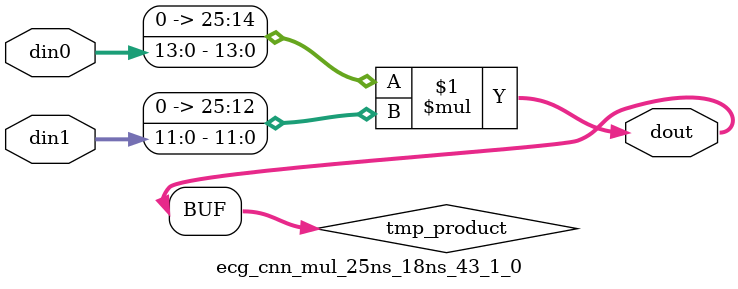
<source format=v>

`timescale 1 ns / 1 ps

 module ecg_cnn_mul_25ns_18ns_43_1_0(din0, din1, dout);
parameter ID = 1;
parameter NUM_STAGE = 0;
parameter din0_WIDTH = 14;
parameter din1_WIDTH = 12;
parameter dout_WIDTH = 26;

input [din0_WIDTH - 1 : 0] din0; 
input [din1_WIDTH - 1 : 0] din1; 
output [dout_WIDTH - 1 : 0] dout;

wire signed [dout_WIDTH - 1 : 0] tmp_product;
























assign tmp_product = $signed({1'b0, din0}) * $signed({1'b0, din1});











assign dout = tmp_product;





















endmodule

</source>
